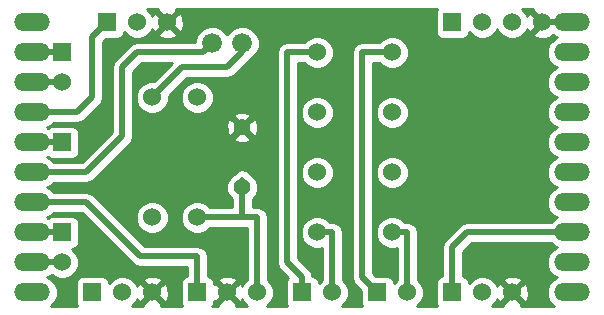
<source format=gbl>
G04 (created by PCBNEW-RS274X (2011-nov-30)-testing) date Sun 24 Jun 2012 01:39:46 PM CEST*
%MOIN*%
G04 Gerber Fmt 3.4, Leading zero omitted, Abs format*
%FSLAX34Y34*%
G01*
G70*
G90*
G04 APERTURE LIST*
%ADD10C,0.006*%
%ADD11C,0.06*%
%ADD12C,0.066*%
%ADD13R,0.06X0.06*%
%ADD14C,0.055*%
%ADD15O,0.1187X0.0592*%
%ADD16O,0.1187X0.06*%
%ADD17C,0.035*%
%ADD18C,0.02*%
%ADD19C,0.01*%
G04 APERTURE END LIST*
G54D10*
G54D11*
X6000Y3000D03*
X6000Y7000D03*
X4500Y7000D03*
X4500Y3000D03*
G54D12*
X7500Y8800D03*
X6500Y8800D03*
G54D11*
X12500Y8500D03*
X12500Y6500D03*
X12500Y4500D03*
X12500Y2500D03*
X10000Y8500D03*
X10000Y6500D03*
X10000Y4500D03*
X10000Y2500D03*
G54D13*
X14500Y9500D03*
G54D11*
X15500Y9500D03*
X16500Y9500D03*
X17500Y9500D03*
G54D13*
X6000Y500D03*
G54D11*
X7000Y500D03*
X8000Y500D03*
G54D13*
X14500Y500D03*
G54D11*
X15500Y500D03*
X16500Y500D03*
G54D13*
X2500Y500D03*
G54D11*
X3500Y500D03*
X4500Y500D03*
G54D13*
X9500Y500D03*
G54D11*
X10500Y500D03*
G54D13*
X12000Y500D03*
G54D11*
X13000Y500D03*
G54D13*
X3000Y9500D03*
G54D11*
X4000Y9500D03*
X5000Y9500D03*
G54D13*
X1500Y2500D03*
G54D11*
X1500Y1500D03*
G54D13*
X1500Y5500D03*
X1500Y8500D03*
G54D11*
X1500Y7500D03*
G54D14*
X7500Y4000D03*
X7500Y6000D03*
G54D15*
X500Y9500D03*
X500Y8500D03*
X500Y7500D03*
X500Y6500D03*
X500Y5500D03*
X500Y4500D03*
X500Y3500D03*
G54D16*
X500Y2500D03*
G54D15*
X500Y1500D03*
G54D16*
X500Y500D03*
G54D15*
X18500Y500D03*
X18500Y1500D03*
X18500Y2500D03*
X18500Y3500D03*
X18500Y4500D03*
X18500Y5500D03*
X18500Y6500D03*
X18500Y7500D03*
X18500Y8500D03*
X18500Y9500D03*
G54D17*
X14500Y3000D03*
G54D18*
X18500Y9500D02*
X17500Y9500D01*
X500Y3500D02*
X2300Y3500D01*
X6000Y1700D02*
X6000Y500D01*
X4100Y1700D02*
X6000Y1700D01*
X3400Y2400D02*
X4100Y1700D01*
X2300Y3500D02*
X3400Y2400D01*
X6500Y8800D02*
X6200Y8500D01*
X2300Y4500D02*
X500Y4500D01*
X3500Y5700D02*
X2300Y4500D01*
X3500Y8000D02*
X3500Y5700D01*
X4000Y8500D02*
X3500Y8000D01*
X6200Y8500D02*
X4000Y8500D01*
X12500Y8500D02*
X11500Y8500D01*
X11500Y1000D02*
X12000Y500D01*
X11500Y8500D02*
X11500Y1000D01*
X13000Y2500D02*
X13000Y500D01*
X12500Y2500D02*
X13000Y2500D01*
X10500Y2500D02*
X10500Y500D01*
X10000Y2500D02*
X10500Y2500D01*
X9500Y500D02*
X9500Y1000D01*
X9000Y8500D02*
X10000Y8500D01*
X9000Y1500D02*
X9000Y8500D01*
X9500Y1000D02*
X9000Y1500D01*
X14500Y2000D02*
X14500Y500D01*
X18500Y2500D02*
X15000Y2500D01*
X15000Y2500D02*
X14500Y2000D01*
X1500Y2500D02*
X500Y2500D01*
X500Y7500D02*
X1500Y7500D01*
X500Y5500D02*
X1500Y5500D01*
X7500Y4250D02*
X7500Y3000D01*
X6000Y3000D02*
X7500Y3000D01*
X7500Y3000D02*
X8000Y3000D01*
X8000Y3000D02*
X8000Y500D01*
X500Y6500D02*
X2000Y6500D01*
X2500Y9000D02*
X3000Y9500D01*
X2500Y7000D02*
X2500Y9000D01*
X2000Y6500D02*
X2500Y7000D01*
X1500Y1500D02*
X500Y1500D01*
X500Y8500D02*
X1500Y8500D01*
X4500Y7000D02*
X5000Y7500D01*
X7500Y8500D02*
X7500Y9000D01*
X7000Y8000D02*
X7500Y8500D01*
X5500Y8000D02*
X7000Y8000D01*
X5000Y7500D02*
X5500Y8000D01*
G54D10*
G36*
X5650Y1049D02*
X5559Y1011D01*
X5489Y941D01*
X5451Y850D01*
X5451Y751D01*
X5451Y151D01*
X5489Y59D01*
X5498Y50D01*
X5053Y50D01*
X5053Y419D01*
X5042Y637D01*
X4980Y786D01*
X4885Y815D01*
X4815Y745D01*
X4815Y885D01*
X4786Y980D01*
X4581Y1053D01*
X4363Y1042D01*
X4214Y980D01*
X4185Y885D01*
X4500Y571D01*
X4815Y885D01*
X4815Y745D01*
X4571Y500D01*
X4885Y185D01*
X4980Y214D01*
X5053Y419D01*
X5053Y50D01*
X4795Y50D01*
X4815Y115D01*
X4500Y429D01*
X4185Y115D01*
X4204Y50D01*
X3826Y50D01*
X3965Y189D01*
X3997Y268D01*
X4020Y214D01*
X4115Y185D01*
X4429Y500D01*
X4115Y815D01*
X4020Y786D01*
X3999Y729D01*
X3965Y811D01*
X3811Y965D01*
X3609Y1049D01*
X3391Y1049D01*
X3189Y965D01*
X3049Y825D01*
X3049Y849D01*
X3011Y941D01*
X2941Y1011D01*
X2850Y1049D01*
X2751Y1049D01*
X2151Y1049D01*
X2059Y1011D01*
X1989Y941D01*
X1951Y850D01*
X1951Y751D01*
X1951Y151D01*
X1989Y59D01*
X1998Y50D01*
X1122Y50D01*
X1266Y194D01*
X1349Y392D01*
X1349Y607D01*
X1267Y806D01*
X1115Y957D01*
X1009Y1002D01*
X1116Y1045D01*
X1147Y1077D01*
X1189Y1035D01*
X1391Y951D01*
X1609Y951D01*
X1811Y1035D01*
X1965Y1189D01*
X2049Y1391D01*
X2049Y1609D01*
X1965Y1811D01*
X1825Y1951D01*
X1849Y1951D01*
X1941Y1989D01*
X2011Y2059D01*
X2049Y2150D01*
X2049Y2249D01*
X2049Y2849D01*
X2011Y2941D01*
X1941Y3011D01*
X1850Y3049D01*
X1751Y3049D01*
X1151Y3049D01*
X1059Y3011D01*
X1037Y2990D01*
X1009Y3002D01*
X1116Y3045D01*
X1221Y3150D01*
X2155Y3150D01*
X3152Y2153D01*
X3153Y2153D01*
X3154Y2152D01*
X3852Y1453D01*
X3853Y1453D01*
X3897Y1423D01*
X3966Y1377D01*
X4099Y1351D01*
X4100Y1350D01*
X5650Y1350D01*
X5650Y1049D01*
X5650Y1049D01*
G37*
G54D19*
X5650Y1049D02*
X5559Y1011D01*
X5489Y941D01*
X5451Y850D01*
X5451Y751D01*
X5451Y151D01*
X5489Y59D01*
X5498Y50D01*
X5053Y50D01*
X5053Y419D01*
X5042Y637D01*
X4980Y786D01*
X4885Y815D01*
X4815Y745D01*
X4815Y885D01*
X4786Y980D01*
X4581Y1053D01*
X4363Y1042D01*
X4214Y980D01*
X4185Y885D01*
X4500Y571D01*
X4815Y885D01*
X4815Y745D01*
X4571Y500D01*
X4885Y185D01*
X4980Y214D01*
X5053Y419D01*
X5053Y50D01*
X4795Y50D01*
X4815Y115D01*
X4500Y429D01*
X4185Y115D01*
X4204Y50D01*
X3826Y50D01*
X3965Y189D01*
X3997Y268D01*
X4020Y214D01*
X4115Y185D01*
X4429Y500D01*
X4115Y815D01*
X4020Y786D01*
X3999Y729D01*
X3965Y811D01*
X3811Y965D01*
X3609Y1049D01*
X3391Y1049D01*
X3189Y965D01*
X3049Y825D01*
X3049Y849D01*
X3011Y941D01*
X2941Y1011D01*
X2850Y1049D01*
X2751Y1049D01*
X2151Y1049D01*
X2059Y1011D01*
X1989Y941D01*
X1951Y850D01*
X1951Y751D01*
X1951Y151D01*
X1989Y59D01*
X1998Y50D01*
X1122Y50D01*
X1266Y194D01*
X1349Y392D01*
X1349Y607D01*
X1267Y806D01*
X1115Y957D01*
X1009Y1002D01*
X1116Y1045D01*
X1147Y1077D01*
X1189Y1035D01*
X1391Y951D01*
X1609Y951D01*
X1811Y1035D01*
X1965Y1189D01*
X2049Y1391D01*
X2049Y1609D01*
X1965Y1811D01*
X1825Y1951D01*
X1849Y1951D01*
X1941Y1989D01*
X2011Y2059D01*
X2049Y2150D01*
X2049Y2249D01*
X2049Y2849D01*
X2011Y2941D01*
X1941Y3011D01*
X1850Y3049D01*
X1751Y3049D01*
X1151Y3049D01*
X1059Y3011D01*
X1037Y2990D01*
X1009Y3002D01*
X1116Y3045D01*
X1221Y3150D01*
X2155Y3150D01*
X3152Y2153D01*
X3153Y2153D01*
X3154Y2152D01*
X3852Y1453D01*
X3853Y1453D01*
X3897Y1423D01*
X3966Y1377D01*
X4099Y1351D01*
X4100Y1350D01*
X5650Y1350D01*
X5650Y1049D01*
G54D10*
G36*
X17993Y1001D02*
X17884Y955D01*
X17733Y804D01*
X17651Y607D01*
X17651Y394D01*
X17732Y197D01*
X17879Y50D01*
X17053Y50D01*
X17053Y419D01*
X17042Y637D01*
X16980Y786D01*
X16885Y815D01*
X16815Y745D01*
X16815Y885D01*
X16786Y980D01*
X16581Y1053D01*
X16363Y1042D01*
X16214Y980D01*
X16185Y885D01*
X16500Y571D01*
X16815Y885D01*
X16815Y745D01*
X16571Y500D01*
X16885Y185D01*
X16980Y214D01*
X17053Y419D01*
X17053Y50D01*
X16795Y50D01*
X16815Y115D01*
X16500Y429D01*
X16185Y115D01*
X16204Y50D01*
X15826Y50D01*
X15965Y189D01*
X15997Y268D01*
X16020Y214D01*
X16115Y185D01*
X16429Y500D01*
X16115Y815D01*
X16020Y786D01*
X15999Y729D01*
X15965Y811D01*
X15811Y965D01*
X15609Y1049D01*
X15391Y1049D01*
X15189Y965D01*
X15049Y825D01*
X15049Y849D01*
X15011Y941D01*
X14941Y1011D01*
X14850Y1049D01*
X14850Y1856D01*
X15144Y2150D01*
X17779Y2150D01*
X17883Y2046D01*
X17993Y2001D01*
X17884Y1955D01*
X17733Y1804D01*
X17651Y1607D01*
X17651Y1394D01*
X17732Y1197D01*
X17883Y1046D01*
X17993Y1001D01*
X17993Y1001D01*
G37*
G54D19*
X17993Y1001D02*
X17884Y955D01*
X17733Y804D01*
X17651Y607D01*
X17651Y394D01*
X17732Y197D01*
X17879Y50D01*
X17053Y50D01*
X17053Y419D01*
X17042Y637D01*
X16980Y786D01*
X16885Y815D01*
X16815Y745D01*
X16815Y885D01*
X16786Y980D01*
X16581Y1053D01*
X16363Y1042D01*
X16214Y980D01*
X16185Y885D01*
X16500Y571D01*
X16815Y885D01*
X16815Y745D01*
X16571Y500D01*
X16885Y185D01*
X16980Y214D01*
X17053Y419D01*
X17053Y50D01*
X16795Y50D01*
X16815Y115D01*
X16500Y429D01*
X16185Y115D01*
X16204Y50D01*
X15826Y50D01*
X15965Y189D01*
X15997Y268D01*
X16020Y214D01*
X16115Y185D01*
X16429Y500D01*
X16115Y815D01*
X16020Y786D01*
X15999Y729D01*
X15965Y811D01*
X15811Y965D01*
X15609Y1049D01*
X15391Y1049D01*
X15189Y965D01*
X15049Y825D01*
X15049Y849D01*
X15011Y941D01*
X14941Y1011D01*
X14850Y1049D01*
X14850Y1856D01*
X15144Y2150D01*
X17779Y2150D01*
X17883Y2046D01*
X17993Y2001D01*
X17884Y1955D01*
X17733Y1804D01*
X17651Y1607D01*
X17651Y1394D01*
X17732Y1197D01*
X17883Y1046D01*
X17993Y1001D01*
G54D10*
G36*
X17995Y9001D02*
X17884Y8955D01*
X17815Y8886D01*
X17733Y8804D01*
X17651Y8607D01*
X17651Y8394D01*
X17732Y8197D01*
X17883Y8046D01*
X17993Y8001D01*
X17884Y7955D01*
X17733Y7804D01*
X17651Y7607D01*
X17651Y7394D01*
X17732Y7197D01*
X17883Y7046D01*
X17993Y7001D01*
X17884Y6955D01*
X17733Y6804D01*
X17651Y6607D01*
X17651Y6394D01*
X17732Y6197D01*
X17883Y6046D01*
X17993Y6001D01*
X17884Y5955D01*
X17733Y5804D01*
X17651Y5607D01*
X17651Y5394D01*
X17732Y5197D01*
X17883Y5046D01*
X17993Y5001D01*
X17884Y4955D01*
X17733Y4804D01*
X17651Y4607D01*
X17651Y4394D01*
X17732Y4197D01*
X17883Y4046D01*
X17993Y4001D01*
X17884Y3955D01*
X17733Y3804D01*
X17651Y3607D01*
X17651Y3394D01*
X17732Y3197D01*
X17883Y3046D01*
X17993Y3001D01*
X17884Y2955D01*
X17779Y2850D01*
X15000Y2850D01*
X14866Y2823D01*
X14752Y2747D01*
X14253Y2247D01*
X14177Y2134D01*
X14150Y2000D01*
X14150Y1049D01*
X14059Y1011D01*
X13989Y941D01*
X13951Y850D01*
X13951Y751D01*
X13951Y151D01*
X13989Y59D01*
X13998Y50D01*
X13326Y50D01*
X13465Y189D01*
X13549Y391D01*
X13549Y609D01*
X13465Y811D01*
X13350Y926D01*
X13350Y2500D01*
X13323Y2634D01*
X13247Y2747D01*
X13134Y2823D01*
X13049Y2841D01*
X13049Y4391D01*
X13049Y4609D01*
X13049Y6391D01*
X13049Y6609D01*
X12965Y6811D01*
X12811Y6965D01*
X12609Y7049D01*
X12391Y7049D01*
X12189Y6965D01*
X12035Y6811D01*
X11951Y6609D01*
X11951Y6391D01*
X12035Y6189D01*
X12189Y6035D01*
X12391Y5951D01*
X12609Y5951D01*
X12811Y6035D01*
X12965Y6189D01*
X13049Y6391D01*
X13049Y4609D01*
X12965Y4811D01*
X12811Y4965D01*
X12609Y5049D01*
X12391Y5049D01*
X12189Y4965D01*
X12035Y4811D01*
X11951Y4609D01*
X11951Y4391D01*
X12035Y4189D01*
X12189Y4035D01*
X12391Y3951D01*
X12609Y3951D01*
X12811Y4035D01*
X12965Y4189D01*
X13049Y4391D01*
X13049Y2841D01*
X13000Y2850D01*
X12926Y2850D01*
X12811Y2965D01*
X12609Y3049D01*
X12391Y3049D01*
X12189Y2965D01*
X12035Y2811D01*
X11951Y2609D01*
X11951Y2391D01*
X12035Y2189D01*
X12189Y2035D01*
X12391Y1951D01*
X12609Y1951D01*
X12650Y1969D01*
X12650Y926D01*
X12549Y825D01*
X12549Y849D01*
X12511Y941D01*
X12441Y1011D01*
X12350Y1049D01*
X12251Y1049D01*
X11945Y1049D01*
X11850Y1145D01*
X11850Y8150D01*
X12074Y8150D01*
X12189Y8035D01*
X12391Y7951D01*
X12609Y7951D01*
X12811Y8035D01*
X12965Y8189D01*
X13049Y8391D01*
X13049Y8609D01*
X12965Y8811D01*
X12811Y8965D01*
X12609Y9049D01*
X12391Y9049D01*
X12189Y8965D01*
X12074Y8850D01*
X11500Y8850D01*
X11366Y8823D01*
X11253Y8747D01*
X11177Y8634D01*
X11150Y8500D01*
X11150Y1000D01*
X11177Y866D01*
X11253Y753D01*
X11451Y555D01*
X11451Y151D01*
X11489Y59D01*
X11498Y50D01*
X10826Y50D01*
X10965Y189D01*
X11049Y391D01*
X11049Y609D01*
X10965Y811D01*
X10850Y926D01*
X10850Y2500D01*
X10823Y2634D01*
X10747Y2747D01*
X10634Y2823D01*
X10549Y2841D01*
X10549Y4391D01*
X10549Y4609D01*
X10549Y6391D01*
X10549Y6609D01*
X10465Y6811D01*
X10311Y6965D01*
X10109Y7049D01*
X9891Y7049D01*
X9689Y6965D01*
X9535Y6811D01*
X9451Y6609D01*
X9451Y6391D01*
X9535Y6189D01*
X9689Y6035D01*
X9891Y5951D01*
X10109Y5951D01*
X10311Y6035D01*
X10465Y6189D01*
X10549Y6391D01*
X10549Y4609D01*
X10465Y4811D01*
X10311Y4965D01*
X10109Y5049D01*
X9891Y5049D01*
X9689Y4965D01*
X9535Y4811D01*
X9451Y4609D01*
X9451Y4391D01*
X9535Y4189D01*
X9689Y4035D01*
X9891Y3951D01*
X10109Y3951D01*
X10311Y4035D01*
X10465Y4189D01*
X10549Y4391D01*
X10549Y2841D01*
X10500Y2850D01*
X10426Y2850D01*
X10311Y2965D01*
X10109Y3049D01*
X9891Y3049D01*
X9689Y2965D01*
X9535Y2811D01*
X9451Y2609D01*
X9451Y2391D01*
X9535Y2189D01*
X9689Y2035D01*
X9891Y1951D01*
X10109Y1951D01*
X10150Y1969D01*
X10150Y926D01*
X10049Y825D01*
X10049Y849D01*
X10011Y941D01*
X9941Y1011D01*
X9850Y1049D01*
X9840Y1049D01*
X9823Y1134D01*
X9747Y1247D01*
X9747Y1248D01*
X9350Y1645D01*
X9350Y8150D01*
X9574Y8150D01*
X9689Y8035D01*
X9891Y7951D01*
X10109Y7951D01*
X10311Y8035D01*
X10465Y8189D01*
X10549Y8391D01*
X10549Y8609D01*
X10465Y8811D01*
X10311Y8965D01*
X10109Y9049D01*
X9891Y9049D01*
X9689Y8965D01*
X9574Y8850D01*
X9000Y8850D01*
X8866Y8823D01*
X8753Y8747D01*
X8677Y8634D01*
X8650Y8500D01*
X8650Y1500D01*
X8677Y1366D01*
X8753Y1253D01*
X9026Y979D01*
X8989Y941D01*
X8951Y850D01*
X8951Y751D01*
X8951Y151D01*
X8989Y59D01*
X8998Y50D01*
X8326Y50D01*
X8465Y189D01*
X8549Y391D01*
X8549Y609D01*
X8465Y811D01*
X8350Y926D01*
X8350Y3000D01*
X8323Y3134D01*
X8247Y3247D01*
X8134Y3323D01*
X8030Y3344D01*
X8030Y5924D01*
X8018Y6132D01*
X7960Y6272D01*
X7868Y6297D01*
X7797Y6226D01*
X7797Y6368D01*
X7772Y6460D01*
X7576Y6530D01*
X7368Y6518D01*
X7228Y6460D01*
X7203Y6368D01*
X7500Y6071D01*
X7797Y6368D01*
X7797Y6226D01*
X7571Y6000D01*
X7868Y5703D01*
X7960Y5728D01*
X8030Y5924D01*
X8030Y3344D01*
X8000Y3350D01*
X7850Y3350D01*
X7850Y3608D01*
X7945Y3702D01*
X8025Y3895D01*
X8025Y4104D01*
X7945Y4297D01*
X7798Y4445D01*
X7797Y4446D01*
X7797Y5632D01*
X7500Y5929D01*
X7429Y5858D01*
X7429Y6000D01*
X7132Y6297D01*
X7040Y6272D01*
X6970Y6076D01*
X6982Y5868D01*
X7040Y5728D01*
X7132Y5703D01*
X7429Y6000D01*
X7429Y5858D01*
X7203Y5632D01*
X7228Y5540D01*
X7424Y5470D01*
X7632Y5482D01*
X7772Y5540D01*
X7797Y5632D01*
X7797Y4446D01*
X7775Y4455D01*
X7747Y4497D01*
X7634Y4573D01*
X7500Y4600D01*
X7366Y4573D01*
X7253Y4497D01*
X7223Y4454D01*
X7203Y4445D01*
X7055Y4298D01*
X6975Y4105D01*
X6975Y3896D01*
X7055Y3703D01*
X7150Y3608D01*
X7150Y3350D01*
X6549Y3350D01*
X6549Y6891D01*
X6549Y7109D01*
X6465Y7311D01*
X6311Y7465D01*
X6109Y7549D01*
X5891Y7549D01*
X5689Y7465D01*
X5535Y7311D01*
X5451Y7109D01*
X5451Y6891D01*
X5535Y6689D01*
X5689Y6535D01*
X5891Y6451D01*
X6109Y6451D01*
X6311Y6535D01*
X6465Y6689D01*
X6549Y6891D01*
X6549Y3350D01*
X6426Y3350D01*
X6311Y3465D01*
X6109Y3549D01*
X5891Y3549D01*
X5689Y3465D01*
X5535Y3311D01*
X5451Y3109D01*
X5451Y2891D01*
X5535Y2689D01*
X5689Y2535D01*
X5891Y2451D01*
X6109Y2451D01*
X6311Y2535D01*
X6426Y2650D01*
X7500Y2650D01*
X7650Y2650D01*
X7650Y926D01*
X7535Y811D01*
X7502Y733D01*
X7480Y786D01*
X7385Y815D01*
X7315Y745D01*
X7315Y885D01*
X7286Y980D01*
X7081Y1053D01*
X6863Y1042D01*
X6714Y980D01*
X6685Y885D01*
X7000Y571D01*
X7315Y885D01*
X7315Y745D01*
X7071Y500D01*
X7385Y185D01*
X7480Y214D01*
X7500Y272D01*
X7535Y189D01*
X7674Y50D01*
X7295Y50D01*
X7315Y115D01*
X7000Y429D01*
X6685Y115D01*
X6704Y50D01*
X6502Y50D01*
X6511Y59D01*
X6549Y150D01*
X6549Y206D01*
X6615Y185D01*
X6929Y500D01*
X6615Y815D01*
X6549Y795D01*
X6549Y849D01*
X6511Y941D01*
X6441Y1011D01*
X6350Y1049D01*
X6350Y1700D01*
X6323Y1834D01*
X6247Y1947D01*
X6134Y2023D01*
X6000Y2050D01*
X5049Y2050D01*
X5049Y2891D01*
X5049Y3109D01*
X4965Y3311D01*
X4811Y3465D01*
X4609Y3549D01*
X4391Y3549D01*
X4189Y3465D01*
X4035Y3311D01*
X3951Y3109D01*
X3951Y2891D01*
X4035Y2689D01*
X4189Y2535D01*
X4391Y2451D01*
X4609Y2451D01*
X4811Y2535D01*
X4965Y2689D01*
X5049Y2891D01*
X5049Y2050D01*
X4244Y2050D01*
X3648Y2646D01*
X3647Y2647D01*
X3647Y2648D01*
X2547Y3747D01*
X2434Y3823D01*
X2300Y3850D01*
X1221Y3850D01*
X1117Y3954D01*
X1006Y4000D01*
X1116Y4045D01*
X1221Y4150D01*
X2300Y4150D01*
X2300Y4151D01*
X2434Y4177D01*
X2547Y4253D01*
X3747Y5452D01*
X3747Y5453D01*
X3823Y5566D01*
X3849Y5700D01*
X3850Y5700D01*
X3850Y7856D01*
X4144Y8150D01*
X5155Y8150D01*
X4754Y7749D01*
X4752Y7747D01*
X4554Y7549D01*
X4391Y7549D01*
X4189Y7465D01*
X4035Y7311D01*
X3951Y7109D01*
X3951Y6891D01*
X4035Y6689D01*
X4189Y6535D01*
X4391Y6451D01*
X4609Y6451D01*
X4811Y6535D01*
X4965Y6689D01*
X5049Y6891D01*
X5049Y7055D01*
X5247Y7252D01*
X5247Y7253D01*
X5248Y7255D01*
X5644Y7650D01*
X7000Y7650D01*
X7000Y7651D01*
X7134Y7677D01*
X7247Y7753D01*
X7747Y8252D01*
X7747Y8253D01*
X7767Y8283D01*
X7767Y8284D01*
X7828Y8308D01*
X7991Y8471D01*
X8080Y8684D01*
X8080Y8915D01*
X7992Y9128D01*
X7829Y9291D01*
X7616Y9380D01*
X7385Y9380D01*
X7172Y9292D01*
X7009Y9129D01*
X7000Y9109D01*
X6992Y9128D01*
X6829Y9291D01*
X6616Y9380D01*
X6385Y9380D01*
X6172Y9292D01*
X6009Y9129D01*
X5920Y8916D01*
X5920Y8850D01*
X5553Y8850D01*
X5553Y9419D01*
X5542Y9637D01*
X5480Y9786D01*
X5385Y9815D01*
X5071Y9500D01*
X5385Y9185D01*
X5480Y9214D01*
X5553Y9419D01*
X5553Y8850D01*
X5315Y8850D01*
X5315Y9115D01*
X5000Y9429D01*
X4685Y9115D01*
X4714Y9020D01*
X4919Y8947D01*
X5137Y8958D01*
X5286Y9020D01*
X5315Y9115D01*
X5315Y8850D01*
X4000Y8850D01*
X3866Y8823D01*
X3752Y8747D01*
X3253Y8247D01*
X3177Y8134D01*
X3150Y8000D01*
X3150Y5845D01*
X2155Y4850D01*
X1221Y4850D01*
X1117Y4954D01*
X1006Y5000D01*
X1035Y5013D01*
X1059Y4989D01*
X1150Y4951D01*
X1249Y4951D01*
X1849Y4951D01*
X1941Y4989D01*
X2011Y5059D01*
X2049Y5150D01*
X2049Y5249D01*
X2049Y5849D01*
X2011Y5941D01*
X1941Y6011D01*
X1850Y6049D01*
X1751Y6049D01*
X1151Y6049D01*
X1059Y6011D01*
X1035Y5988D01*
X1006Y6000D01*
X1116Y6045D01*
X1221Y6150D01*
X2000Y6150D01*
X2000Y6151D01*
X2134Y6177D01*
X2247Y6253D01*
X2747Y6752D01*
X2747Y6753D01*
X2823Y6866D01*
X2849Y7000D01*
X2850Y7000D01*
X2850Y8856D01*
X2945Y8951D01*
X3349Y8951D01*
X3441Y8989D01*
X3511Y9059D01*
X3549Y9150D01*
X3549Y9175D01*
X3689Y9035D01*
X3891Y8951D01*
X4109Y8951D01*
X4311Y9035D01*
X4465Y9189D01*
X4497Y9268D01*
X4520Y9214D01*
X4615Y9185D01*
X4929Y9500D01*
X4615Y9815D01*
X4520Y9786D01*
X4499Y9729D01*
X4465Y9811D01*
X4326Y9950D01*
X4704Y9950D01*
X4685Y9885D01*
X5000Y9571D01*
X5315Y9885D01*
X5295Y9950D01*
X13998Y9950D01*
X13989Y9941D01*
X13951Y9850D01*
X13951Y9751D01*
X13951Y9151D01*
X13989Y9059D01*
X14059Y8989D01*
X14150Y8951D01*
X14249Y8951D01*
X14849Y8951D01*
X14941Y8989D01*
X15011Y9059D01*
X15049Y9150D01*
X15049Y9175D01*
X15189Y9035D01*
X15391Y8951D01*
X15609Y8951D01*
X15811Y9035D01*
X15965Y9189D01*
X16000Y9274D01*
X16035Y9189D01*
X16189Y9035D01*
X16391Y8951D01*
X16609Y8951D01*
X16811Y9035D01*
X16965Y9189D01*
X16997Y9268D01*
X17020Y9214D01*
X17115Y9185D01*
X17429Y9500D01*
X17115Y9815D01*
X17020Y9786D01*
X16999Y9729D01*
X16965Y9811D01*
X16826Y9950D01*
X17204Y9950D01*
X17185Y9885D01*
X17465Y9606D01*
X17500Y9571D01*
X17571Y9500D01*
X17500Y9429D01*
X17185Y9115D01*
X17214Y9020D01*
X17419Y8947D01*
X17637Y8958D01*
X17786Y9020D01*
X17798Y9061D01*
X17815Y9044D01*
X17825Y9034D01*
X17869Y9079D01*
X17948Y9015D01*
X17995Y9001D01*
X17995Y9001D01*
G37*
G54D19*
X17995Y9001D02*
X17884Y8955D01*
X17815Y8886D01*
X17733Y8804D01*
X17651Y8607D01*
X17651Y8394D01*
X17732Y8197D01*
X17883Y8046D01*
X17993Y8001D01*
X17884Y7955D01*
X17733Y7804D01*
X17651Y7607D01*
X17651Y7394D01*
X17732Y7197D01*
X17883Y7046D01*
X17993Y7001D01*
X17884Y6955D01*
X17733Y6804D01*
X17651Y6607D01*
X17651Y6394D01*
X17732Y6197D01*
X17883Y6046D01*
X17993Y6001D01*
X17884Y5955D01*
X17733Y5804D01*
X17651Y5607D01*
X17651Y5394D01*
X17732Y5197D01*
X17883Y5046D01*
X17993Y5001D01*
X17884Y4955D01*
X17733Y4804D01*
X17651Y4607D01*
X17651Y4394D01*
X17732Y4197D01*
X17883Y4046D01*
X17993Y4001D01*
X17884Y3955D01*
X17733Y3804D01*
X17651Y3607D01*
X17651Y3394D01*
X17732Y3197D01*
X17883Y3046D01*
X17993Y3001D01*
X17884Y2955D01*
X17779Y2850D01*
X15000Y2850D01*
X14866Y2823D01*
X14752Y2747D01*
X14253Y2247D01*
X14177Y2134D01*
X14150Y2000D01*
X14150Y1049D01*
X14059Y1011D01*
X13989Y941D01*
X13951Y850D01*
X13951Y751D01*
X13951Y151D01*
X13989Y59D01*
X13998Y50D01*
X13326Y50D01*
X13465Y189D01*
X13549Y391D01*
X13549Y609D01*
X13465Y811D01*
X13350Y926D01*
X13350Y2500D01*
X13323Y2634D01*
X13247Y2747D01*
X13134Y2823D01*
X13049Y2841D01*
X13049Y4391D01*
X13049Y4609D01*
X13049Y6391D01*
X13049Y6609D01*
X12965Y6811D01*
X12811Y6965D01*
X12609Y7049D01*
X12391Y7049D01*
X12189Y6965D01*
X12035Y6811D01*
X11951Y6609D01*
X11951Y6391D01*
X12035Y6189D01*
X12189Y6035D01*
X12391Y5951D01*
X12609Y5951D01*
X12811Y6035D01*
X12965Y6189D01*
X13049Y6391D01*
X13049Y4609D01*
X12965Y4811D01*
X12811Y4965D01*
X12609Y5049D01*
X12391Y5049D01*
X12189Y4965D01*
X12035Y4811D01*
X11951Y4609D01*
X11951Y4391D01*
X12035Y4189D01*
X12189Y4035D01*
X12391Y3951D01*
X12609Y3951D01*
X12811Y4035D01*
X12965Y4189D01*
X13049Y4391D01*
X13049Y2841D01*
X13000Y2850D01*
X12926Y2850D01*
X12811Y2965D01*
X12609Y3049D01*
X12391Y3049D01*
X12189Y2965D01*
X12035Y2811D01*
X11951Y2609D01*
X11951Y2391D01*
X12035Y2189D01*
X12189Y2035D01*
X12391Y1951D01*
X12609Y1951D01*
X12650Y1969D01*
X12650Y926D01*
X12549Y825D01*
X12549Y849D01*
X12511Y941D01*
X12441Y1011D01*
X12350Y1049D01*
X12251Y1049D01*
X11945Y1049D01*
X11850Y1145D01*
X11850Y8150D01*
X12074Y8150D01*
X12189Y8035D01*
X12391Y7951D01*
X12609Y7951D01*
X12811Y8035D01*
X12965Y8189D01*
X13049Y8391D01*
X13049Y8609D01*
X12965Y8811D01*
X12811Y8965D01*
X12609Y9049D01*
X12391Y9049D01*
X12189Y8965D01*
X12074Y8850D01*
X11500Y8850D01*
X11366Y8823D01*
X11253Y8747D01*
X11177Y8634D01*
X11150Y8500D01*
X11150Y1000D01*
X11177Y866D01*
X11253Y753D01*
X11451Y555D01*
X11451Y151D01*
X11489Y59D01*
X11498Y50D01*
X10826Y50D01*
X10965Y189D01*
X11049Y391D01*
X11049Y609D01*
X10965Y811D01*
X10850Y926D01*
X10850Y2500D01*
X10823Y2634D01*
X10747Y2747D01*
X10634Y2823D01*
X10549Y2841D01*
X10549Y4391D01*
X10549Y4609D01*
X10549Y6391D01*
X10549Y6609D01*
X10465Y6811D01*
X10311Y6965D01*
X10109Y7049D01*
X9891Y7049D01*
X9689Y6965D01*
X9535Y6811D01*
X9451Y6609D01*
X9451Y6391D01*
X9535Y6189D01*
X9689Y6035D01*
X9891Y5951D01*
X10109Y5951D01*
X10311Y6035D01*
X10465Y6189D01*
X10549Y6391D01*
X10549Y4609D01*
X10465Y4811D01*
X10311Y4965D01*
X10109Y5049D01*
X9891Y5049D01*
X9689Y4965D01*
X9535Y4811D01*
X9451Y4609D01*
X9451Y4391D01*
X9535Y4189D01*
X9689Y4035D01*
X9891Y3951D01*
X10109Y3951D01*
X10311Y4035D01*
X10465Y4189D01*
X10549Y4391D01*
X10549Y2841D01*
X10500Y2850D01*
X10426Y2850D01*
X10311Y2965D01*
X10109Y3049D01*
X9891Y3049D01*
X9689Y2965D01*
X9535Y2811D01*
X9451Y2609D01*
X9451Y2391D01*
X9535Y2189D01*
X9689Y2035D01*
X9891Y1951D01*
X10109Y1951D01*
X10150Y1969D01*
X10150Y926D01*
X10049Y825D01*
X10049Y849D01*
X10011Y941D01*
X9941Y1011D01*
X9850Y1049D01*
X9840Y1049D01*
X9823Y1134D01*
X9747Y1247D01*
X9747Y1248D01*
X9350Y1645D01*
X9350Y8150D01*
X9574Y8150D01*
X9689Y8035D01*
X9891Y7951D01*
X10109Y7951D01*
X10311Y8035D01*
X10465Y8189D01*
X10549Y8391D01*
X10549Y8609D01*
X10465Y8811D01*
X10311Y8965D01*
X10109Y9049D01*
X9891Y9049D01*
X9689Y8965D01*
X9574Y8850D01*
X9000Y8850D01*
X8866Y8823D01*
X8753Y8747D01*
X8677Y8634D01*
X8650Y8500D01*
X8650Y1500D01*
X8677Y1366D01*
X8753Y1253D01*
X9026Y979D01*
X8989Y941D01*
X8951Y850D01*
X8951Y751D01*
X8951Y151D01*
X8989Y59D01*
X8998Y50D01*
X8326Y50D01*
X8465Y189D01*
X8549Y391D01*
X8549Y609D01*
X8465Y811D01*
X8350Y926D01*
X8350Y3000D01*
X8323Y3134D01*
X8247Y3247D01*
X8134Y3323D01*
X8030Y3344D01*
X8030Y5924D01*
X8018Y6132D01*
X7960Y6272D01*
X7868Y6297D01*
X7797Y6226D01*
X7797Y6368D01*
X7772Y6460D01*
X7576Y6530D01*
X7368Y6518D01*
X7228Y6460D01*
X7203Y6368D01*
X7500Y6071D01*
X7797Y6368D01*
X7797Y6226D01*
X7571Y6000D01*
X7868Y5703D01*
X7960Y5728D01*
X8030Y5924D01*
X8030Y3344D01*
X8000Y3350D01*
X7850Y3350D01*
X7850Y3608D01*
X7945Y3702D01*
X8025Y3895D01*
X8025Y4104D01*
X7945Y4297D01*
X7798Y4445D01*
X7797Y4446D01*
X7797Y5632D01*
X7500Y5929D01*
X7429Y5858D01*
X7429Y6000D01*
X7132Y6297D01*
X7040Y6272D01*
X6970Y6076D01*
X6982Y5868D01*
X7040Y5728D01*
X7132Y5703D01*
X7429Y6000D01*
X7429Y5858D01*
X7203Y5632D01*
X7228Y5540D01*
X7424Y5470D01*
X7632Y5482D01*
X7772Y5540D01*
X7797Y5632D01*
X7797Y4446D01*
X7775Y4455D01*
X7747Y4497D01*
X7634Y4573D01*
X7500Y4600D01*
X7366Y4573D01*
X7253Y4497D01*
X7223Y4454D01*
X7203Y4445D01*
X7055Y4298D01*
X6975Y4105D01*
X6975Y3896D01*
X7055Y3703D01*
X7150Y3608D01*
X7150Y3350D01*
X6549Y3350D01*
X6549Y6891D01*
X6549Y7109D01*
X6465Y7311D01*
X6311Y7465D01*
X6109Y7549D01*
X5891Y7549D01*
X5689Y7465D01*
X5535Y7311D01*
X5451Y7109D01*
X5451Y6891D01*
X5535Y6689D01*
X5689Y6535D01*
X5891Y6451D01*
X6109Y6451D01*
X6311Y6535D01*
X6465Y6689D01*
X6549Y6891D01*
X6549Y3350D01*
X6426Y3350D01*
X6311Y3465D01*
X6109Y3549D01*
X5891Y3549D01*
X5689Y3465D01*
X5535Y3311D01*
X5451Y3109D01*
X5451Y2891D01*
X5535Y2689D01*
X5689Y2535D01*
X5891Y2451D01*
X6109Y2451D01*
X6311Y2535D01*
X6426Y2650D01*
X7500Y2650D01*
X7650Y2650D01*
X7650Y926D01*
X7535Y811D01*
X7502Y733D01*
X7480Y786D01*
X7385Y815D01*
X7315Y745D01*
X7315Y885D01*
X7286Y980D01*
X7081Y1053D01*
X6863Y1042D01*
X6714Y980D01*
X6685Y885D01*
X7000Y571D01*
X7315Y885D01*
X7315Y745D01*
X7071Y500D01*
X7385Y185D01*
X7480Y214D01*
X7500Y272D01*
X7535Y189D01*
X7674Y50D01*
X7295Y50D01*
X7315Y115D01*
X7000Y429D01*
X6685Y115D01*
X6704Y50D01*
X6502Y50D01*
X6511Y59D01*
X6549Y150D01*
X6549Y206D01*
X6615Y185D01*
X6929Y500D01*
X6615Y815D01*
X6549Y795D01*
X6549Y849D01*
X6511Y941D01*
X6441Y1011D01*
X6350Y1049D01*
X6350Y1700D01*
X6323Y1834D01*
X6247Y1947D01*
X6134Y2023D01*
X6000Y2050D01*
X5049Y2050D01*
X5049Y2891D01*
X5049Y3109D01*
X4965Y3311D01*
X4811Y3465D01*
X4609Y3549D01*
X4391Y3549D01*
X4189Y3465D01*
X4035Y3311D01*
X3951Y3109D01*
X3951Y2891D01*
X4035Y2689D01*
X4189Y2535D01*
X4391Y2451D01*
X4609Y2451D01*
X4811Y2535D01*
X4965Y2689D01*
X5049Y2891D01*
X5049Y2050D01*
X4244Y2050D01*
X3648Y2646D01*
X3647Y2647D01*
X3647Y2648D01*
X2547Y3747D01*
X2434Y3823D01*
X2300Y3850D01*
X1221Y3850D01*
X1117Y3954D01*
X1006Y4000D01*
X1116Y4045D01*
X1221Y4150D01*
X2300Y4150D01*
X2300Y4151D01*
X2434Y4177D01*
X2547Y4253D01*
X3747Y5452D01*
X3747Y5453D01*
X3823Y5566D01*
X3849Y5700D01*
X3850Y5700D01*
X3850Y7856D01*
X4144Y8150D01*
X5155Y8150D01*
X4754Y7749D01*
X4752Y7747D01*
X4554Y7549D01*
X4391Y7549D01*
X4189Y7465D01*
X4035Y7311D01*
X3951Y7109D01*
X3951Y6891D01*
X4035Y6689D01*
X4189Y6535D01*
X4391Y6451D01*
X4609Y6451D01*
X4811Y6535D01*
X4965Y6689D01*
X5049Y6891D01*
X5049Y7055D01*
X5247Y7252D01*
X5247Y7253D01*
X5248Y7255D01*
X5644Y7650D01*
X7000Y7650D01*
X7000Y7651D01*
X7134Y7677D01*
X7247Y7753D01*
X7747Y8252D01*
X7747Y8253D01*
X7767Y8283D01*
X7767Y8284D01*
X7828Y8308D01*
X7991Y8471D01*
X8080Y8684D01*
X8080Y8915D01*
X7992Y9128D01*
X7829Y9291D01*
X7616Y9380D01*
X7385Y9380D01*
X7172Y9292D01*
X7009Y9129D01*
X7000Y9109D01*
X6992Y9128D01*
X6829Y9291D01*
X6616Y9380D01*
X6385Y9380D01*
X6172Y9292D01*
X6009Y9129D01*
X5920Y8916D01*
X5920Y8850D01*
X5553Y8850D01*
X5553Y9419D01*
X5542Y9637D01*
X5480Y9786D01*
X5385Y9815D01*
X5071Y9500D01*
X5385Y9185D01*
X5480Y9214D01*
X5553Y9419D01*
X5553Y8850D01*
X5315Y8850D01*
X5315Y9115D01*
X5000Y9429D01*
X4685Y9115D01*
X4714Y9020D01*
X4919Y8947D01*
X5137Y8958D01*
X5286Y9020D01*
X5315Y9115D01*
X5315Y8850D01*
X4000Y8850D01*
X3866Y8823D01*
X3752Y8747D01*
X3253Y8247D01*
X3177Y8134D01*
X3150Y8000D01*
X3150Y5845D01*
X2155Y4850D01*
X1221Y4850D01*
X1117Y4954D01*
X1006Y5000D01*
X1035Y5013D01*
X1059Y4989D01*
X1150Y4951D01*
X1249Y4951D01*
X1849Y4951D01*
X1941Y4989D01*
X2011Y5059D01*
X2049Y5150D01*
X2049Y5249D01*
X2049Y5849D01*
X2011Y5941D01*
X1941Y6011D01*
X1850Y6049D01*
X1751Y6049D01*
X1151Y6049D01*
X1059Y6011D01*
X1035Y5988D01*
X1006Y6000D01*
X1116Y6045D01*
X1221Y6150D01*
X2000Y6150D01*
X2000Y6151D01*
X2134Y6177D01*
X2247Y6253D01*
X2747Y6752D01*
X2747Y6753D01*
X2823Y6866D01*
X2849Y7000D01*
X2850Y7000D01*
X2850Y8856D01*
X2945Y8951D01*
X3349Y8951D01*
X3441Y8989D01*
X3511Y9059D01*
X3549Y9150D01*
X3549Y9175D01*
X3689Y9035D01*
X3891Y8951D01*
X4109Y8951D01*
X4311Y9035D01*
X4465Y9189D01*
X4497Y9268D01*
X4520Y9214D01*
X4615Y9185D01*
X4929Y9500D01*
X4615Y9815D01*
X4520Y9786D01*
X4499Y9729D01*
X4465Y9811D01*
X4326Y9950D01*
X4704Y9950D01*
X4685Y9885D01*
X5000Y9571D01*
X5315Y9885D01*
X5295Y9950D01*
X13998Y9950D01*
X13989Y9941D01*
X13951Y9850D01*
X13951Y9751D01*
X13951Y9151D01*
X13989Y9059D01*
X14059Y8989D01*
X14150Y8951D01*
X14249Y8951D01*
X14849Y8951D01*
X14941Y8989D01*
X15011Y9059D01*
X15049Y9150D01*
X15049Y9175D01*
X15189Y9035D01*
X15391Y8951D01*
X15609Y8951D01*
X15811Y9035D01*
X15965Y9189D01*
X16000Y9274D01*
X16035Y9189D01*
X16189Y9035D01*
X16391Y8951D01*
X16609Y8951D01*
X16811Y9035D01*
X16965Y9189D01*
X16997Y9268D01*
X17020Y9214D01*
X17115Y9185D01*
X17429Y9500D01*
X17115Y9815D01*
X17020Y9786D01*
X16999Y9729D01*
X16965Y9811D01*
X16826Y9950D01*
X17204Y9950D01*
X17185Y9885D01*
X17465Y9606D01*
X17500Y9571D01*
X17571Y9500D01*
X17500Y9429D01*
X17185Y9115D01*
X17214Y9020D01*
X17419Y8947D01*
X17637Y8958D01*
X17786Y9020D01*
X17798Y9061D01*
X17815Y9044D01*
X17825Y9034D01*
X17869Y9079D01*
X17948Y9015D01*
X17995Y9001D01*
G54D10*
G36*
X18550Y9450D02*
X18450Y9450D01*
X18450Y9550D01*
X18550Y9550D01*
X18550Y9450D01*
X18550Y9450D01*
G37*
G54D19*
X18550Y9450D02*
X18450Y9450D01*
X18450Y9550D01*
X18550Y9550D01*
X18550Y9450D01*
M02*

</source>
